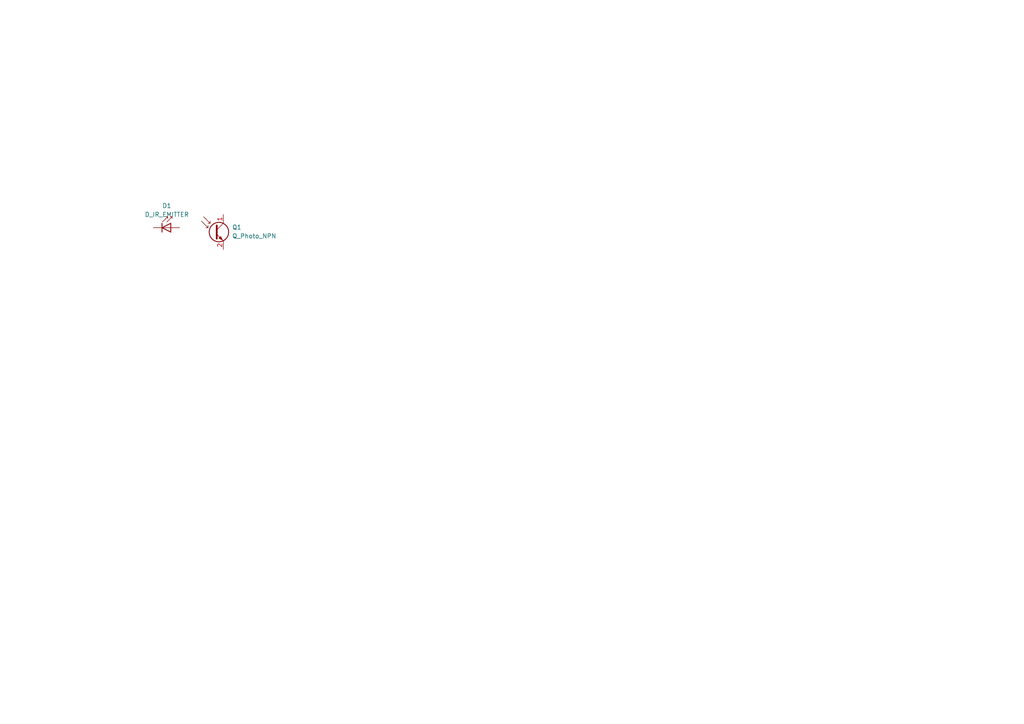
<source format=kicad_sch>
(kicad_sch (version 20231120) (generator "eeschema") (generator_version "8.0")
  (paper "A4")
  (lib_symbols
    (symbol "Device:Q_Photo_NPN" (pin_names (offset 0) hide)
      (property "Reference" "Q" (at 5.08 1.27 0))
      (property "Value" "Q_Photo_NPN" (at 5.08 -1.27 0))
      (symbol "Q_Photo_NPN_0_1"
        (polyline (pts (xy -1.905 1.27) (xy -2.54 1.27)))
        (polyline (pts (xy -1.27 2.54) (xy -1.905 2.54)))
        (polyline (pts (xy 0.635 0.635) (xy 2.54 2.54)))
        (polyline (pts (xy -3.81 3.175) (xy -1.905 1.27) (xy -1.905 1.905)))
        (polyline (pts (xy -3.175 4.445) (xy -1.27 2.54) (xy -1.27 3.175)))
        (polyline (pts (xy 0.635 -0.635) (xy 2.54 -2.54) (xy 2.54 -2.54)))
        (polyline (pts (xy 0.635 1.905) (xy 0.635 -1.905) (xy 0.635 -1.905)) (stroke (width 0.508)))
        (polyline (pts (xy 1.27 -1.778) (xy 1.778 -1.27) (xy 2.286 -2.286) (xy 1.27 -1.778) (xy 1.27 -1.778)) (fill (type outline)))
        (circle (center 1.27 0) (radius 2.8194) (stroke (width 0.254)))
      )
      (symbol "Q_Photo_NPN_1_1"
        (pin passive line (at 2.54 5.08 270) (length 2.54) (name "C") (number "1"))
        (pin passive line (at 2.54 -5.08 90) (length 2.54) (name "E") (number "2"))
      )
    )
    (symbol "LED:IRL81A" (pin_numbers hide) (pin_names (offset 1.016) hide)
      (property "Reference" "D" (at 0.508 1.778 0))
      (property "Value" "IRL81A" (at -1.016 -2.794 0))
      (symbol "IRL81A_0_1"
        (polyline (pts (xy -2.54 0) (xy 0 0)))
        (polyline (pts (xy -2.54 1.27) (xy -2.54 -1.27)) (stroke (width 0.254)))
        (polyline (pts (xy 0.381 3.175) (xy -0.127 3.175)))
        (polyline (pts (xy -1.143 1.651) (xy 0.381 3.175) (xy 0.381 2.667)))
        (polyline (pts (xy 0 -1.27) (xy 0 1.27) (xy -2.54 0) (xy 0 -1.27)) (stroke (width 0.254)))
        (polyline (pts (xy -2.413 1.651) (xy -0.889 3.175) (xy -0.889 2.667) (xy -0.889 3.175) (xy -1.397 3.175)))
      )
      (symbol "IRL81A_1_1"
        (pin passive line (at -5.08 0 0) (length 2.54) (name "K") (number "1"))
        (pin passive line (at 2.54 0 180) (length 2.54) (name "A") (number "2"))
      )
    )
  )
  (symbol (lib_id "LED:IRL81A") (at 49.53 66.04 0) (unit 1)
    (property "Reference" "D1" (at 48.387 59.69 0))
    (property "Value" "D_IR_EMITTER" (at 48.387 62.23 0))
    (property "Footprint" "LED_THT:LED_D5.0mm_Horizontal_O1.27mm_Z3.0mm_Clear" (effects (hide yes)))
    (property "Datasheet" "http://www.osram-os.com/Graphics/XPic0/00203825_0.pdf" (effects (hide yes)))
  )
  (symbol (lib_id "Device:Q_Photo_NPN") (at 62.23 67.31 0) (unit 1)
    (property "Reference" "Q1" (at 67.31 65.9257 0) (effects (justify left)))
    (property "Value" "Q_Photo_NPN" (at 67.31 68.4657 0) (effects (justify left)))
    (property "Footprint" "LED_THT:LED_D5.0mm_Horizontal_O1.27mm_Z3.0mm_IRBlack" (effects (hide yes)))
  )
)
</source>
